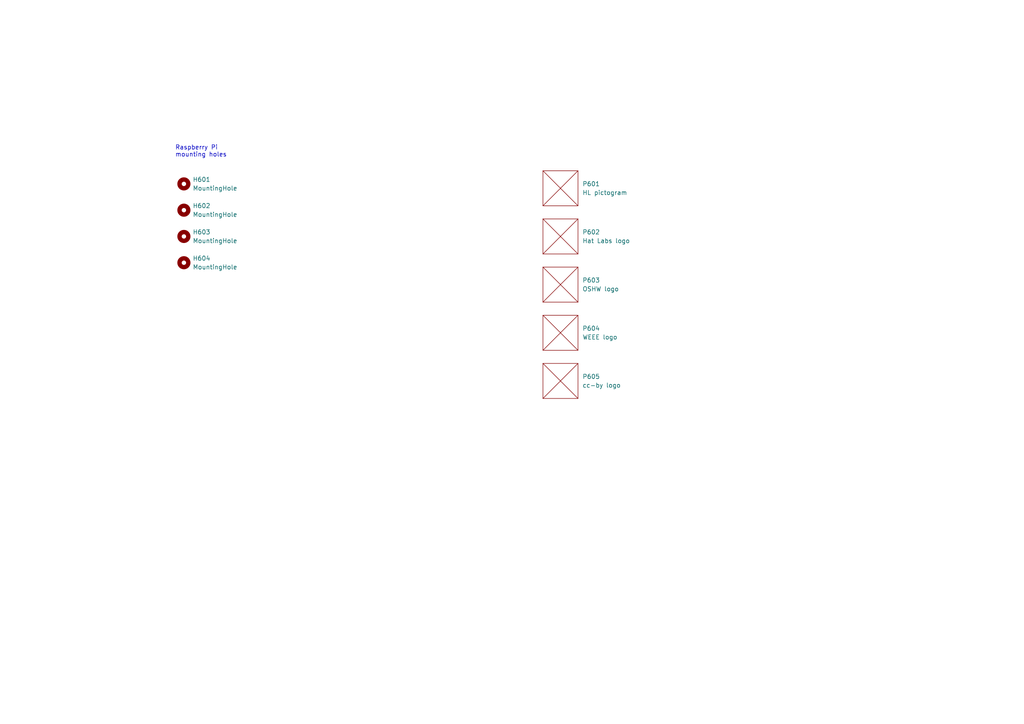
<source format=kicad_sch>
(kicad_sch (version 20211123) (generator eeschema)
  (paper "A4")
  (title_block (title "Sailor Hat for Raspberry Pi") (date "2022-10-25") (rev "v2.0.0-a1") (company "Hat Labs Ltd") (comment 1 "https://creativecommons.org/licenses/by/4.0") (comment 2 "To view a copy of this license, visit ") (comment 3 "Sailor Hat for Raspberry Pi is licensed under CC BY 4.0."))
  (lib_symbols
    (symbol "Mechanical:MountingHole" (pin_names (offset 1.016))
      (property "Reference" "H" (at 0 5.08 0))
      (property "Value" "MountingHole" (at 0 3.175 0))
      (symbol "MountingHole_0_1"
        (circle (center 0 0) (radius 1.27) (stroke (width 1.27)))
      )
    )
    (symbol "SH-RPi:SilkScreenPicture"
      (property "Reference" "P" (at 0 6.35 0))
      (property "Value" "SilkScreenPicture" (at 0 3.81 0))
      (symbol "SilkScreenPicture_0_1"
        (rectangle (start -5.08 2.54) (end 5.08 -7.62))
        (polyline (pts (xy -5.08 2.54) (xy 5.08 -7.62)))
        (polyline (pts (xy 5.08 2.54) (xy -5.08 -7.62)))
      )
    )
  )
  (text "Raspberry Pi\nmounting holes" (at 50.8 45.72 0) (effects (font (size 1.27 1.27)) (justify left bottom)))
  (symbol (lib_id "SH-RPi:SilkScreenPicture") (at 162.56 80.01 0) (unit 1) (in_bom no)
    (property "Reference" "P603" (at 168.91 81.2799 0) (effects (justify left)))
    (property "Value" "OSHW logo" (at 168.91 83.8199 0) (effects (justify left)))
    (property "Footprint" "Symbol:OSHW-Logo_11.4x12mm_SilkScreen" (effects hide))
  )
  (symbol (lib_id "Mechanical:MountingHole") (at 53.34 53.34 0) (unit 1)
    (property "Reference" "H601" (at 55.88 52.0699 0) (effects (justify left)))
    (property "Value" "MountingHole" (at 55.88 54.6099 0) (effects (justify left)))
    (property "Footprint" "SH-RPi:MountingHole_Pi_2.75mm_M2.5" (effects hide))
  )
  (symbol (lib_id "Mechanical:MountingHole") (at 53.34 60.96 0) (unit 1)
    (property "Reference" "H602" (at 55.88 59.6899 0) (effects (justify left)))
    (property "Value" "MountingHole" (at 55.88 62.2299 0) (effects (justify left)))
    (property "Footprint" "SH-RPi:MountingHole_Pi_2.75mm_M2.5" (effects hide))
  )
  (symbol (lib_id "SH-RPi:SilkScreenPicture") (at 162.56 107.95 0) (unit 1) (in_bom no)
    (property "Reference" "P605" (at 168.91 109.2199 0) (effects (justify left)))
    (property "Value" "cc-by logo" (at 168.91 111.7599 0) (effects (justify left)))
    (property "Footprint" "SH-RPi:cc-by_5mm" (effects hide))
  )
  (symbol (lib_id "SH-RPi:SilkScreenPicture") (at 162.56 93.98 0) (unit 1) (in_bom no)
    (property "Reference" "P604" (at 168.91 95.2499 0) (effects (justify left)))
    (property "Value" "WEEE logo" (at 168.91 97.7899 0) (effects (justify left)))
    (property "Footprint" "Symbol:WEEE-Logo_4.2x6mm_SilkScreen" (effects hide))
  )
  (symbol (lib_id "SH-RPi:SilkScreenPicture") (at 162.56 52.07 0) (unit 1) (in_bom no)
    (property "Reference" "P601" (at 168.91 53.3399 0) (effects (justify left)))
    (property "Value" "HL pictogram" (at 168.91 55.8799 0) (effects (justify left)))
    (property "Footprint" "SH-RPi:HL_pictogram_6.3mm" (effects hide))
  )
  (symbol (lib_id "Mechanical:MountingHole") (at 53.34 76.2 0) (unit 1)
    (property "Reference" "H604" (at 55.88 74.9299 0) (effects (justify left)))
    (property "Value" "MountingHole" (at 55.88 77.4699 0) (effects (justify left)))
    (property "Footprint" "SH-RPi:MountingHole_Pi_2.75mm_M2.5" (effects hide))
  )
  (symbol (lib_id "Mechanical:MountingHole") (at 53.34 68.58 0) (unit 1)
    (property "Reference" "H603" (at 55.88 67.3099 0) (effects (justify left)))
    (property "Value" "MountingHole" (at 55.88 69.8499 0) (effects (justify left)))
    (property "Footprint" "SH-RPi:MountingHole_Pi_2.75mm_M2.5" (effects hide))
  )
  (symbol (lib_id "SH-RPi:SilkScreenPicture") (at 162.56 66.04 0) (unit 1) (in_bom no)
    (property "Reference" "P602" (at 168.91 67.3099 0) (effects (justify left)))
    (property "Value" "Hat Labs logo" (at 168.91 69.8499 0) (effects (justify left)))
    (property "Footprint" "SH-RPi:Hat_Labs_25.4mm" (effects hide))
  )
)
</source>
